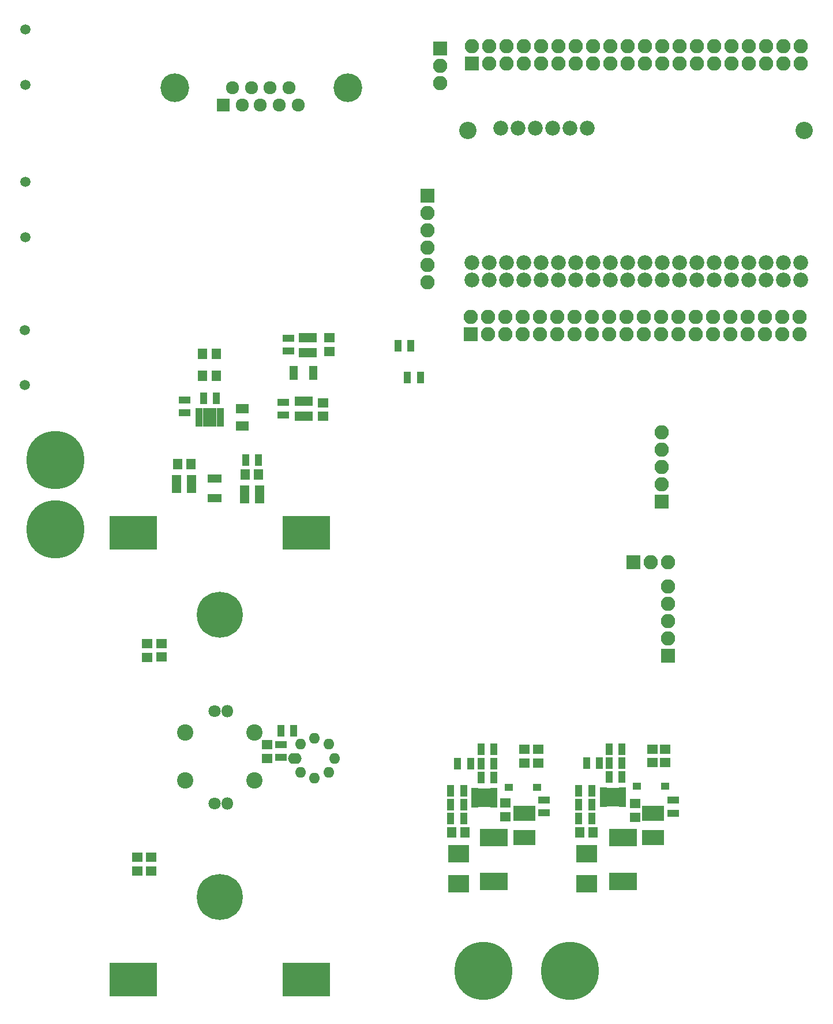
<source format=gbr>
G04 #@! TF.FileFunction,Soldermask,Bot*
%FSLAX46Y46*%
G04 Gerber Fmt 4.6, Leading zero omitted, Abs format (unit mm)*
G04 Created by KiCad (PCBNEW 4.0.6) date 09/10/17 19:14:27*
%MOMM*%
%LPD*%
G01*
G04 APERTURE LIST*
%ADD10C,0.100000*%
%ADD11C,1.500000*%
%ADD12R,2.100000X2.100000*%
%ADD13O,2.100000X2.100000*%
%ADD14R,7.000000X4.900000*%
%ADD15C,6.750000*%
%ADD16R,1.400000X1.650000*%
%ADD17R,1.650000X1.400000*%
%ADD18R,3.143000X2.559000*%
%ADD19R,4.190000X2.650000*%
%ADD20R,1.200000X1.000000*%
%ADD21C,4.210000*%
%ADD22R,1.920000X1.920000*%
%ADD23C,1.920000*%
%ADD24C,8.500000*%
%ADD25R,3.194000X2.178000*%
%ADD26R,1.900000X1.400000*%
%ADD27C,2.178000*%
%ADD28C,2.550000*%
%ADD29R,1.100000X1.700000*%
%ADD30R,1.700000X1.100000*%
%ADD31R,1.300000X2.100000*%
%ADD32R,2.100000X1.300000*%
%ADD33C,2.398980*%
%ADD34R,1.460000X0.800000*%
%ADD35R,0.800000X1.460000*%
%ADD36C,1.800000*%
%ADD37O,1.800000X1.800000*%
%ADD38R,1.100000X0.650000*%
%ADD39R,1.230000X1.590000*%
%ADD40R,1.050000X0.700000*%
%ADD41R,1.175000X1.640000*%
%ADD42O,2.000000X1.600000*%
%ADD43O,1.600000X1.600000*%
G04 APERTURE END LIST*
D10*
D11*
X14710891Y-18800000D03*
X14710891Y-26920000D03*
X14710891Y-41183479D03*
X14710891Y-49303479D03*
X14605000Y-62865000D03*
X14605000Y-70985000D03*
D12*
X73660000Y-43180000D03*
D13*
X73660000Y-45720000D03*
X73660000Y-48260000D03*
X73660000Y-50800000D03*
X73660000Y-53340000D03*
X73660000Y-55880000D03*
D14*
X30480000Y-92583000D03*
X55880000Y-92583000D03*
X30480000Y-158115000D03*
X55880000Y-158115000D03*
D15*
X43180000Y-104648000D03*
X43180000Y-146050000D03*
D16*
X38989000Y-82556108D03*
X36989000Y-82556108D03*
D17*
X58381388Y-75541820D03*
X58381388Y-73541820D03*
D16*
X48895000Y-84080108D03*
X46895000Y-84080108D03*
D17*
X59270388Y-66032820D03*
X59270388Y-64032820D03*
D16*
X98012000Y-136525000D03*
X96012000Y-136525000D03*
D17*
X104140000Y-132334000D03*
X104140000Y-134334000D03*
D16*
X79216000Y-136525000D03*
X77216000Y-136525000D03*
D17*
X85090000Y-132239000D03*
X85090000Y-134239000D03*
X106680000Y-126333000D03*
X106680000Y-124333000D03*
X87884000Y-126365000D03*
X87884000Y-124365000D03*
X108585000Y-126333000D03*
X108585000Y-124333000D03*
X89916000Y-126365000D03*
X89916000Y-124365000D03*
D16*
X42664833Y-66404513D03*
X40664833Y-66404513D03*
X42696833Y-69579513D03*
X40696833Y-69579513D03*
D17*
X50165000Y-125698000D03*
X50165000Y-123698000D03*
X31089296Y-140208000D03*
X31089296Y-142208000D03*
X32512000Y-110871000D03*
X32512000Y-108871000D03*
X33121296Y-140208000D03*
X33121296Y-142208000D03*
X34653000Y-110844999D03*
X34653000Y-108844999D03*
D18*
X97028000Y-139700000D03*
X97028000Y-144120000D03*
D19*
X102362000Y-137287000D03*
X102362000Y-143787000D03*
D20*
X104394000Y-129794000D03*
X108594000Y-129794000D03*
D18*
X78232000Y-139700000D03*
X78232000Y-144120000D03*
D19*
X83439000Y-137287000D03*
X83439000Y-143787000D03*
D20*
X85598000Y-129921000D03*
X89798000Y-129921000D03*
D12*
X75565000Y-21590000D03*
D13*
X75565000Y-24130000D03*
X75565000Y-26670000D03*
D12*
X80166160Y-23806452D03*
D13*
X80166160Y-21266452D03*
X82706160Y-23806452D03*
X82706160Y-21266452D03*
X85246160Y-23806452D03*
X85246160Y-21266452D03*
X87786160Y-23806452D03*
X87786160Y-21266452D03*
X90326160Y-23806452D03*
X90326160Y-21266452D03*
X92866160Y-23806452D03*
X92866160Y-21266452D03*
X95406160Y-23806452D03*
X95406160Y-21266452D03*
X97946160Y-23806452D03*
X97946160Y-21266452D03*
X100486160Y-23806452D03*
X100486160Y-21266452D03*
X103026160Y-23806452D03*
X103026160Y-21266452D03*
X105566160Y-23806452D03*
X105566160Y-21266452D03*
X108106160Y-23806452D03*
X108106160Y-21266452D03*
X110646160Y-23806452D03*
X110646160Y-21266452D03*
X113186160Y-23806452D03*
X113186160Y-21266452D03*
X115726160Y-23806452D03*
X115726160Y-21266452D03*
X118266160Y-23806452D03*
X118266160Y-21266452D03*
X120806160Y-23806452D03*
X120806160Y-21266452D03*
X123346160Y-23806452D03*
X123346160Y-21266452D03*
X125886160Y-23806452D03*
X125886160Y-21266452D03*
X128426160Y-23806452D03*
X128426160Y-21266452D03*
D12*
X80010000Y-63500000D03*
D13*
X80010000Y-60960000D03*
X82550000Y-63500000D03*
X82550000Y-60960000D03*
X85090000Y-63500000D03*
X85090000Y-60960000D03*
X87630000Y-63500000D03*
X87630000Y-60960000D03*
X90170000Y-63500000D03*
X90170000Y-60960000D03*
X92710000Y-63500000D03*
X92710000Y-60960000D03*
X95250000Y-63500000D03*
X95250000Y-60960000D03*
X97790000Y-63500000D03*
X97790000Y-60960000D03*
X100330000Y-63500000D03*
X100330000Y-60960000D03*
X102870000Y-63500000D03*
X102870000Y-60960000D03*
X105410000Y-63500000D03*
X105410000Y-60960000D03*
X107950000Y-63500000D03*
X107950000Y-60960000D03*
X110490000Y-63500000D03*
X110490000Y-60960000D03*
X113030000Y-63500000D03*
X113030000Y-60960000D03*
X115570000Y-63500000D03*
X115570000Y-60960000D03*
X118110000Y-63500000D03*
X118110000Y-60960000D03*
X120650000Y-63500000D03*
X120650000Y-60960000D03*
X123190000Y-63500000D03*
X123190000Y-60960000D03*
X125730000Y-63500000D03*
X125730000Y-60960000D03*
X128270000Y-63500000D03*
X128270000Y-60960000D03*
D21*
X61980000Y-27305000D03*
X36580000Y-27305000D03*
D22*
X43690000Y-29845000D03*
D23*
X46480000Y-29845000D03*
X49150000Y-29845000D03*
X51950000Y-29845000D03*
X54740000Y-29845000D03*
X45090000Y-27305000D03*
X47880000Y-27305000D03*
X50550000Y-27305000D03*
X53340000Y-27305000D03*
D24*
X94615000Y-156845000D03*
X81915000Y-156845000D03*
D12*
X103886000Y-96901000D03*
D13*
X106426000Y-96901000D03*
X108966000Y-96901000D03*
D12*
X108966000Y-110617000D03*
D13*
X108966000Y-108077000D03*
X108966000Y-105537000D03*
X108966000Y-102997000D03*
X108966000Y-100457000D03*
D24*
X19050000Y-92075000D03*
X19050000Y-81915000D03*
D25*
X106807000Y-137287000D03*
X106807000Y-133731000D03*
X87884000Y-137287000D03*
X87884000Y-133731000D03*
D26*
X46506833Y-76945513D03*
X46506833Y-74445513D03*
D27*
X80166160Y-53016452D03*
X80166160Y-55556452D03*
X82706160Y-53016452D03*
X82706160Y-55556452D03*
X85246160Y-53016452D03*
X85246160Y-55556452D03*
X87786160Y-53016452D03*
X87786160Y-55556452D03*
X90326160Y-53016452D03*
X90326160Y-55556452D03*
X92866160Y-53016452D03*
X92866160Y-55556452D03*
X95406160Y-53016452D03*
X95406160Y-55556452D03*
X97946160Y-53016452D03*
X97946160Y-55556452D03*
X100486160Y-53016452D03*
X100486160Y-55556452D03*
X103026160Y-53016452D03*
X103026160Y-55556452D03*
X105566160Y-53016452D03*
X105566160Y-55556452D03*
X108106160Y-53016452D03*
X108106160Y-55556452D03*
X110646160Y-53016452D03*
X110646160Y-55556452D03*
X113186160Y-53016452D03*
X113186160Y-55556452D03*
X115726160Y-53016452D03*
X115726160Y-55556452D03*
X118266160Y-53016452D03*
X118266160Y-55556452D03*
X120806160Y-53016452D03*
X120806160Y-55556452D03*
X123346160Y-53016452D03*
X123346160Y-55556452D03*
X125886160Y-53016452D03*
X125886160Y-55556452D03*
X128426160Y-53016452D03*
X128426160Y-55556452D03*
X84476160Y-33236452D03*
X87016160Y-33236452D03*
X89556160Y-33236452D03*
X92096160Y-33236452D03*
X94636160Y-33236452D03*
X97176160Y-33236452D03*
D28*
X79596160Y-33636452D03*
X128996160Y-33636452D03*
D29*
X71242000Y-65209538D03*
X69342000Y-65209538D03*
X72639000Y-69850000D03*
X70739000Y-69850000D03*
D30*
X52539388Y-73464820D03*
X52539388Y-75364820D03*
D31*
X54010388Y-69207820D03*
X56910388Y-69207820D03*
D32*
X42418000Y-87562108D03*
X42418000Y-84662108D03*
D29*
X46995000Y-81921108D03*
X48895000Y-81921108D03*
D30*
X53301388Y-64066820D03*
X53301388Y-65966820D03*
D29*
X97790000Y-134493000D03*
X95890000Y-134493000D03*
X95885000Y-132461000D03*
X97785000Y-132461000D03*
X97785000Y-130429000D03*
X95885000Y-130429000D03*
X100330000Y-128397000D03*
X102230000Y-128397000D03*
X97033000Y-126365000D03*
X98933000Y-126365000D03*
X102235000Y-126365000D03*
X100335000Y-126365000D03*
X102235000Y-124333000D03*
X100335000Y-124333000D03*
D30*
X109728000Y-131831000D03*
X109728000Y-133731000D03*
D29*
X78994000Y-134493000D03*
X77094000Y-134493000D03*
X77089000Y-132461000D03*
X78989000Y-132461000D03*
X78989000Y-130429000D03*
X77089000Y-130429000D03*
X81534000Y-128524000D03*
X83434000Y-128524000D03*
X78110000Y-126492000D03*
X80010000Y-126492000D03*
X83439000Y-126492000D03*
X81539000Y-126492000D03*
X83439000Y-124333000D03*
X81539000Y-124333000D03*
D30*
X90805000Y-131826000D03*
X90805000Y-133726000D03*
D29*
X42691833Y-72881513D03*
X40791833Y-72881513D03*
D30*
X37997833Y-73140513D03*
X37997833Y-75040513D03*
X52197000Y-123698000D03*
X52197000Y-125598000D03*
D29*
X52136000Y-121666000D03*
X54036000Y-121666000D03*
D33*
X48260000Y-128905000D03*
X38100000Y-128905000D03*
X48260000Y-121920000D03*
X38100000Y-121920000D03*
D34*
X36873000Y-86457108D03*
X36873000Y-85807108D03*
X36873000Y-85147108D03*
X36873000Y-84497108D03*
X39073000Y-84497108D03*
X39073000Y-85147108D03*
X39073000Y-85807108D03*
X39073000Y-86457108D03*
D35*
X54516388Y-73357820D03*
X55166388Y-73357820D03*
X55826388Y-73357820D03*
X56476388Y-73357820D03*
X56476388Y-75557820D03*
X55826388Y-75557820D03*
X55166388Y-75557820D03*
X54516388Y-75557820D03*
D34*
X46822000Y-87981108D03*
X46822000Y-87331108D03*
X46822000Y-86671108D03*
X46822000Y-86021108D03*
X49022000Y-86021108D03*
X49022000Y-86671108D03*
X49022000Y-87331108D03*
X49022000Y-87981108D03*
D35*
X55161388Y-63969867D03*
X55811388Y-63969867D03*
X56471388Y-63969867D03*
X57121388Y-63969867D03*
X57121388Y-66169867D03*
X56471388Y-66169867D03*
X55811388Y-66169867D03*
X55161388Y-66169867D03*
D36*
X42418000Y-132334000D03*
D37*
X44318000Y-132334000D03*
D36*
X42418000Y-118745000D03*
D37*
X44318000Y-118745000D03*
D38*
X99472000Y-132530000D03*
X99472000Y-132080000D03*
X99472000Y-131630000D03*
X99472000Y-131180000D03*
X99472000Y-130730000D03*
X99472000Y-130280000D03*
X102272000Y-130280000D03*
X102272000Y-130730000D03*
X102272000Y-131180000D03*
X102272000Y-131630000D03*
X102272000Y-132080000D03*
X102272000Y-132530000D03*
D39*
X101287000Y-130810000D03*
X101287000Y-132000000D03*
X100457000Y-130810000D03*
X100457000Y-132000000D03*
D38*
X80642000Y-132610000D03*
X80642000Y-132160000D03*
X80642000Y-131710000D03*
X80642000Y-131260000D03*
X80642000Y-130810000D03*
X80642000Y-130360000D03*
X83442000Y-130360000D03*
X83442000Y-130810000D03*
X83442000Y-131260000D03*
X83442000Y-131710000D03*
X83442000Y-132160000D03*
X83442000Y-132610000D03*
D39*
X82457000Y-130890000D03*
X82457000Y-132080000D03*
X81627000Y-130890000D03*
X81627000Y-132080000D03*
D40*
X43256833Y-74691513D03*
X43256833Y-75191513D03*
X43256833Y-75691513D03*
X43256833Y-76191513D03*
X43256833Y-76691513D03*
X40156833Y-76691513D03*
X40156833Y-76191513D03*
X40156833Y-75691513D03*
X40156833Y-75191513D03*
X40156833Y-74691513D03*
D41*
X41319333Y-76311513D03*
X41319333Y-75071513D03*
X42094333Y-76311513D03*
X42094333Y-75071513D03*
D42*
X54197248Y-125697248D03*
D43*
X55052496Y-127762000D03*
X57117248Y-128617248D03*
X59182000Y-127762000D03*
X60037248Y-125697248D03*
X59182000Y-123632496D03*
X57117248Y-122777248D03*
X55052496Y-123632496D03*
D12*
X108077000Y-88011000D03*
D13*
X108077000Y-85471000D03*
X108077000Y-82931000D03*
X108077000Y-80391000D03*
X108077000Y-77851000D03*
M02*

</source>
